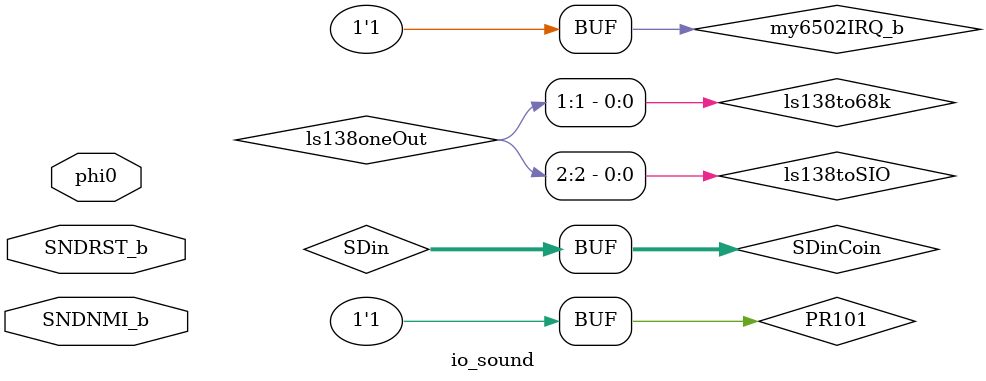
<source format=sv>
`include "../6502/cpu.v"
`include "../6502/ALU.v"
`include "../POKEY/POKEY.sv"
`include "../POKEY/matoro.sv"
`include "../lib/LS245.sv"
`include "../lib/6116.sv"
`include "../lib/23128.sv"
`include "../lib/LS139.sv"
`include "../lib/LS138.sv"
`default_nettype none

module io_sound (phi0, SNDRST_b, SNDNMI_b);
    input  logic phi0; //phi0 == phi2 == Bphi2
    input  logic SNDRST_b;
    input  logic SNDNMI_b;

    tri [7:0]  SDin, SDout; //Sound Data into processor and out of
    logic [13:0] SBA; //Sound Address Bus
    
    logic [1:0] my6502toAddrDec;
    logic RAM_CS0_b, RAM_CS1_b;
    logic [2:0] SROM_b;
    logic AddrDecToAddrDec;
    logic [7:0] ls138oneOut;
    logic ls138toSIO, ls138to68k;
    logic MXT;
    logic WRphi2, RDphi2;
    logic CSND_b;
    logic SNDBW;
    logic SNDBW_b;
    logic [7:0] POKEYout;
    logic MUSRES_b;


    assign SNDBW_b = ~SNDBW;

    //Signals needed to be found
    logic PR101;
    logic my6502IRQ_b;
    logic PKS;
    logic YMHCS_b;
    logic SIOWR_b, SIORD_b;
    logic WR68k_b, RD68k_b;
    logic SNDEXT_b;


    //Temp till I find these
    assign PR101 = 1;
    assign my6502IRQ_b = 1;






    ///////////////////////////////////////////////
    /////////I/O and Sound Microprocessor//////////
    ///////////////////////////////////////////////
    assign RDphi2 = ~(phi0 & SNDBW_b);
    assign WRphi2 = ~(phi0 & ~SNDBW_b);

    //Working in the abstraction that the 6502 controls everything
    //IE things output to the IN line of the 6502 and input from it's OUT line
    //This might not be the case
    cpu my6502(.clk(phi0),
               .reset(~SNDRST_b),
               .AB({my6502toAddrDec, SBA}),
               .DI(SDin),
               .DO(SDout),
               .WE(SNDBW),
               .IRQ(~my6502IRQ_b),
               .NMI(~SNDNMI_b),
               .RDY(PR101));






    /////////////////////////////////
    //////////Sound Effects//////////
    /////////////////////////////////
    logic clk; //oh god why
    logic [7:0] POKEY_P; //unused
    POKEY myPOKEY(.Din(SDout),
                  .Dout(/*POKEYout*/),
                  .A(SBA[3:0]),
                  .phi2(phi0),
                  //Yes, this is the same WE as the 6502
                  //That's what the diagram shows
                  .readHighWriteLow(SNDBW_b),
                  .cs0Bar(CSND_b),
                //.cs1(PR101), //This is missing
                  .aud(PKS),
                  //This clk is the 100 MHz clock, and is not a pin on the POKEY DIP
                  //WHAT'S THE RELATIVE TIMING to PHI2
                  .clk(clk),
                  .P(POKEY_P));
    //assign SDin = (~SNDBW_b) ? POKEYout : 8'bzzzz_zzzz; 

    




    ///////////////////////
    //////////RAM//////////
    ///////////////////////
    logic [7:0] RAM0datatoMem, RAM1datatoMem; //Memory Interface Signals
    logic [10:0] RAM0addrtoMem, RAM1addrtoMem;
    logic RAM0c_out, RAM1c_out, RAM0_we, RAM1_we, RAM0_en, RAM1_en;
    control_6116 RAM0(.Dout(SDin),
                      .Din(SDout),
                      .A(SBA[10:0]),
                      .CS_b(RAM_CS0_b),
                      .WE_b(SNDBW_b),
                      .OE_b(1'b0),
                      //Unimportant:
                      .data_in(RAM0datatoMem),
                      .addr(RAM0addrtoMem),
                      .data_out(8'b0),
                      .c_out(RAM0c_out), .we(RAM0_we), .en(RAM0_en));
    control_6116 RAM1(.Dout(SDin),
                      .Din(SDout),
                      .A(SBA[10:0]),
                      .CS_b(RAM_CS1_b),
                      .WE_b(SNDBW_b),
                      .OE_b(1'b0),
                      //Unimportant:
                      .data_in(RAM1datatoMem),
                      .addr(RAM1addrtoMem),
                      .data_out(8'b0),
                      .c_out(RAM1c_out), .we(RAM1_we), .en(RAM1_en));

    




    /////////////////////////////////////
    //////////Sound Program ROM//////////
    /////////////////////////////////////
    logic [13:0] ROM0addr, ROM1addr,ROM2addr;
    logic ROM0c_out, ROM1c_out, ROM2c_out;
    control_23128 rom0(.Dout(SDin),
                       .A(SBA),
                       .CS_b(SROM_b[0]),
                       .OE_b(~SNDBW_b), //This is READ active low
                       //Unimportant:
                       .addr(ROM0addr),
                       .data_out(8'b0),
                       .c_out(ROM0c_out));

    control_23128 rom1(.Dout(SDin),
                       .A(SBA),
                       .CS_b(SROM_b[1]),
                       .OE_b(~SNDBW_b),
                       //Unimportant:
                       .addr(ROM1addr),
                       .data_out(8'b0),
                       .c_out(ROM1c_out));


    control_23128 rom2(.Dout(SDin),
                       .A(SBA),
                       .CS_b(SROM_b[2]),
                       .OE_b(~SNDBW_b),
                       //Unimportant:
                       .addr(ROM2addr),
                       .data_out(8'b0),
                       .c_out(ROM2c_out));






    ///////////////////////////////////
    //////////Address Decoder//////////
    ///////////////////////////////////
    ls139 ls139one(.y({SROM_b, AddrDecToAddrDec}),
                   .g(1'b0),
                   .a(my6502toAddrDec[0]),
                   .b(my6502toAddrDec[1]));

    ls139 ls139two(.y({MXT, SNDEXT_b, RAM_CS1_b, RAM_CS0_b}),
                   .g(AddrDecToAddrDec),
                   .a(SBA[12]),
                   .b(SBA[11]));

    ls138 ls138one(.y(ls138oneOut),
                   .g1(1'b1),
                   .g2(MXT),
                   .a(SBA[4]),
                   .b(SBA[5]),
                   .c(SBA[6]));
    assign CSND_b = ls138oneOut[7];
    assign ls138toSIO = ls138oneOut[2];
    assign ls138to68k = ls138oneOut[1];
    assign YMHCS_b = ls138oneOut[0];

    assign SIOWR_b = ~(~WRphi2 & ~ls138toSIO);
    assign SIORD_b = ~(~RDphi2 & ~ls138toSIO);
    assign WR68k_b = ~(~WRphi2 & ~ls138to68k);
    assign RD68k_b = ~(~RDphi2 & ~ls138to68k);
    




    ///////////////////////
    //////////LED//////////
    ///////////////////////
    logic [7:0] LEDctrl;
    ls259 coin259(.S(SBA[2:0]),
                  .D(SDout),
                  .En(SNDRST_b),
                  .Q(LEDctrl),
                  .clk(phi0));
    assign MUSRES_b = LEDctrl[0];

    



    /////////////////////////
    //////////MUSIC//////////
    /////////////////////////
    y2151 musicy2151(.Din(SDout),
                     .Dout(SDin),
                     .A0(SBA[0]),
                     .WR_b(WRphi2),
                     .RD_b(RDphi2),
                     .CS_b(YMHCS_b),
                     .IC_b(MUSRES_b),
                     .iRQ_b(my6502IRQ_b),
                     .SO(),
                     .SH1(),
                     .SH2(),
                     .phiM(phi0)); //Hopefully this works - the sheet lists it as "1H" whereas phi0 is "2H"
    

    //Self test logic
    //Comes from the COIN diagram to some extent
    //Very temporary till we figure out what self test is
    logic [7:0] SDinCoin;
    always_ff @(posedge phi0) SDinCoin <= (~SIORD_b) ? 8'h87 : 8'bzzzz_zzzz;
    assign SDin = SDinCoin;


endmodule

</source>
